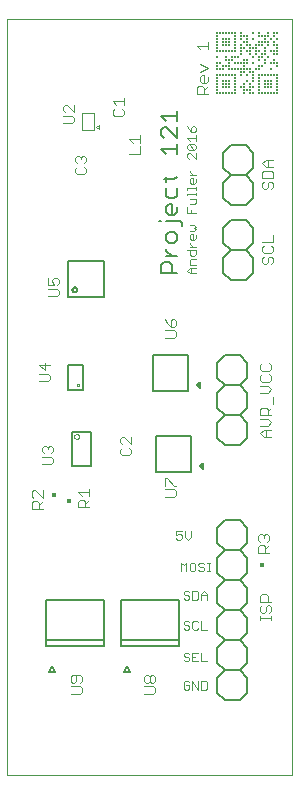
<source format=gto>
G75*
%MOIN*%
%OFA0B0*%
%FSLAX24Y24*%
%IPPOS*%
%LPD*%
%AMOC8*
5,1,8,0,0,1.08239X$1,22.5*
%
%ADD10C,0.0000*%
%ADD11C,0.0030*%
%ADD12C,0.0070*%
%ADD13C,0.0040*%
%ADD14R,0.0100X0.0100*%
%ADD15C,0.0050*%
%ADD16R,0.0118X0.0118*%
%ADD17C,0.0020*%
%ADD18C,0.0039*%
%ADD19C,0.0060*%
%ADD20C,0.0031*%
D10*
X000180Y000180D02*
X000180Y025380D01*
X009680Y025380D01*
X009680Y000180D01*
X000180Y000180D01*
D11*
X002295Y002895D02*
X002603Y002895D01*
X002665Y002957D01*
X002665Y003080D01*
X002603Y003142D01*
X002295Y003142D01*
X002356Y003263D02*
X002418Y003263D01*
X002480Y003325D01*
X002480Y003510D01*
X002603Y003510D02*
X002356Y003510D01*
X002295Y003448D01*
X002295Y003325D01*
X002356Y003263D01*
X002603Y003263D02*
X002665Y003325D01*
X002665Y003448D01*
X002603Y003510D01*
X004745Y003448D02*
X004806Y003510D01*
X004868Y003510D01*
X004930Y003448D01*
X004992Y003510D01*
X005053Y003510D01*
X005115Y003448D01*
X005115Y003325D01*
X005053Y003263D01*
X004992Y003263D01*
X004930Y003325D01*
X004868Y003263D01*
X004806Y003263D01*
X004745Y003325D01*
X004745Y003448D01*
X004930Y003448D02*
X004930Y003325D01*
X005053Y003142D02*
X004745Y003142D01*
X004745Y002895D02*
X005053Y002895D01*
X005115Y002957D01*
X005115Y003080D01*
X005053Y003142D01*
X006061Y003073D02*
X006109Y003025D01*
X006206Y003025D01*
X006255Y003073D01*
X006255Y003170D01*
X006158Y003170D01*
X006255Y003267D02*
X006206Y003315D01*
X006109Y003315D01*
X006061Y003267D01*
X006061Y003073D01*
X006356Y003025D02*
X006356Y003315D01*
X006549Y003025D01*
X006549Y003315D01*
X006650Y003315D02*
X006650Y003025D01*
X006795Y003025D01*
X006844Y003073D01*
X006844Y003267D01*
X006795Y003315D01*
X006650Y003315D01*
X006650Y003975D02*
X006844Y003975D01*
X006650Y003975D02*
X006650Y004265D01*
X006549Y004265D02*
X006356Y004265D01*
X006356Y003975D01*
X006549Y003975D01*
X006452Y004120D02*
X006356Y004120D01*
X006255Y004072D02*
X006255Y004023D01*
X006206Y003975D01*
X006109Y003975D01*
X006061Y004023D01*
X006109Y004120D02*
X006206Y004120D01*
X006255Y004072D01*
X006255Y004217D02*
X006206Y004265D01*
X006109Y004265D01*
X006061Y004217D01*
X006061Y004168D01*
X006109Y004120D01*
X006109Y005025D02*
X006061Y005073D01*
X006109Y005025D02*
X006206Y005025D01*
X006255Y005073D01*
X006255Y005122D01*
X006206Y005170D01*
X006109Y005170D01*
X006061Y005218D01*
X006061Y005267D01*
X006109Y005315D01*
X006206Y005315D01*
X006255Y005267D01*
X006356Y005267D02*
X006356Y005073D01*
X006404Y005025D01*
X006501Y005025D01*
X006549Y005073D01*
X006650Y005025D02*
X006650Y005315D01*
X006549Y005267D02*
X006501Y005315D01*
X006404Y005315D01*
X006356Y005267D01*
X006650Y005025D02*
X006844Y005025D01*
X006844Y006025D02*
X006844Y006218D01*
X006747Y006315D01*
X006650Y006218D01*
X006650Y006025D01*
X006549Y006073D02*
X006549Y006267D01*
X006501Y006315D01*
X006356Y006315D01*
X006356Y006025D01*
X006501Y006025D01*
X006549Y006073D01*
X006650Y006170D02*
X006844Y006170D01*
X006849Y006975D02*
X006945Y006975D01*
X006897Y006975D02*
X006897Y007265D01*
X006849Y007265D02*
X006945Y007265D01*
X006747Y007217D02*
X006699Y007265D01*
X006602Y007265D01*
X006554Y007217D01*
X006554Y007168D01*
X006602Y007120D01*
X006699Y007120D01*
X006747Y007072D01*
X006747Y007023D01*
X006699Y006975D01*
X006602Y006975D01*
X006554Y007023D01*
X006453Y007023D02*
X006453Y007217D01*
X006404Y007265D01*
X006308Y007265D01*
X006259Y007217D01*
X006259Y007023D01*
X006308Y006975D01*
X006404Y006975D01*
X006453Y007023D01*
X006158Y006975D02*
X006158Y007265D01*
X006061Y007168D01*
X005965Y007265D01*
X005965Y006975D01*
X006109Y006315D02*
X006061Y006267D01*
X006061Y006218D01*
X006109Y006170D01*
X006206Y006170D01*
X006255Y006122D01*
X006255Y006073D01*
X006206Y006025D01*
X006109Y006025D01*
X006061Y006073D01*
X006109Y006315D02*
X006206Y006315D01*
X006255Y006267D01*
X006197Y008025D02*
X006100Y008122D01*
X006100Y008315D01*
X005999Y008315D02*
X005806Y008315D01*
X005806Y008170D01*
X005902Y008218D01*
X005951Y008218D01*
X005999Y008170D01*
X005999Y008073D01*
X005951Y008025D01*
X005854Y008025D01*
X005806Y008073D01*
X006197Y008025D02*
X006294Y008122D01*
X006294Y008315D01*
X005753Y009458D02*
X005815Y009520D01*
X005815Y009644D01*
X005753Y009705D01*
X005445Y009705D01*
X005445Y009827D02*
X005445Y010074D01*
X005506Y010074D01*
X005753Y009827D01*
X005815Y009827D01*
X005753Y009458D02*
X005445Y009458D01*
X004253Y010845D02*
X004315Y010907D01*
X004315Y011030D01*
X004253Y011092D01*
X004315Y011213D02*
X004068Y011460D01*
X004006Y011460D01*
X003945Y011398D01*
X003945Y011275D01*
X004006Y011213D01*
X004006Y011092D02*
X003945Y011030D01*
X003945Y010907D01*
X004006Y010845D01*
X004253Y010845D01*
X004315Y011213D02*
X004315Y011460D01*
X005445Y014758D02*
X005753Y014758D01*
X005815Y014820D01*
X005815Y014944D01*
X005753Y015005D01*
X005445Y015005D01*
X005630Y015127D02*
X005506Y015250D01*
X005445Y015374D01*
X005630Y015312D02*
X005630Y015127D01*
X005753Y015127D01*
X005815Y015188D01*
X005815Y015312D01*
X005753Y015374D01*
X005692Y015374D01*
X005630Y015312D01*
X004615Y020895D02*
X004245Y020895D01*
X004368Y021263D02*
X004245Y021387D01*
X004615Y021387D01*
X004615Y021510D02*
X004615Y021263D01*
X004615Y021142D02*
X004615Y020895D01*
X004003Y022145D02*
X004065Y022207D01*
X004065Y022330D01*
X004003Y022392D01*
X004065Y022513D02*
X004065Y022760D01*
X004065Y022637D02*
X003695Y022637D01*
X003818Y022513D01*
X003756Y022392D02*
X003695Y022330D01*
X003695Y022207D01*
X003756Y022145D01*
X004003Y022145D01*
X002753Y020824D02*
X002815Y020762D01*
X002815Y020638D01*
X002753Y020577D01*
X002753Y020455D02*
X002815Y020394D01*
X002815Y020270D01*
X002753Y020208D01*
X002506Y020208D01*
X002445Y020270D01*
X002445Y020394D01*
X002506Y020455D01*
X002506Y020577D02*
X002445Y020638D01*
X002445Y020762D01*
X002506Y020824D01*
X002568Y020824D01*
X002630Y020762D01*
X002692Y020824D01*
X002753Y020824D01*
X002630Y020762D02*
X002630Y020700D01*
X002353Y021908D02*
X002415Y021970D01*
X002415Y022094D01*
X002353Y022155D01*
X002045Y022155D01*
X002106Y022277D02*
X002045Y022338D01*
X002045Y022462D01*
X002106Y022524D01*
X002168Y022524D01*
X002415Y022277D01*
X002415Y022524D01*
X002353Y021908D02*
X002045Y021908D01*
X001853Y016760D02*
X001730Y016760D01*
X001668Y016698D01*
X001668Y016637D01*
X001730Y016513D01*
X001545Y016513D01*
X001545Y016760D01*
X001545Y016392D02*
X001853Y016392D01*
X001915Y016330D01*
X001915Y016207D01*
X001853Y016145D01*
X001545Y016145D01*
X001853Y016513D02*
X001915Y016575D01*
X001915Y016698D01*
X001853Y016760D01*
X001430Y013924D02*
X001430Y013677D01*
X001245Y013862D01*
X001615Y013862D01*
X001553Y013555D02*
X001245Y013555D01*
X001245Y013308D02*
X001553Y013308D01*
X001615Y013370D01*
X001615Y013494D01*
X001553Y013555D01*
X001592Y011160D02*
X001530Y011098D01*
X001530Y011037D01*
X001530Y011098D02*
X001468Y011160D01*
X001406Y011160D01*
X001345Y011098D01*
X001345Y010975D01*
X001406Y010913D01*
X001345Y010792D02*
X001653Y010792D01*
X001715Y010730D01*
X001715Y010607D01*
X001653Y010545D01*
X001345Y010545D01*
X001653Y010913D02*
X001715Y010975D01*
X001715Y011098D01*
X001653Y011160D01*
X001592Y011160D01*
X001365Y009674D02*
X001365Y009427D01*
X001118Y009674D01*
X001056Y009674D01*
X000995Y009612D01*
X000995Y009488D01*
X001056Y009427D01*
X001056Y009305D02*
X001180Y009305D01*
X001242Y009244D01*
X001242Y009058D01*
X001365Y009058D02*
X000995Y009058D01*
X000995Y009244D01*
X001056Y009305D01*
X001242Y009182D02*
X001365Y009305D01*
X002545Y009294D02*
X002545Y009108D01*
X002915Y009108D01*
X002792Y009108D02*
X002792Y009294D01*
X002730Y009355D01*
X002606Y009355D01*
X002545Y009294D01*
X002668Y009477D02*
X002545Y009600D01*
X002915Y009600D01*
X002915Y009477D02*
X002915Y009724D01*
X002915Y009355D02*
X002792Y009232D01*
X006495Y022895D02*
X006495Y023080D01*
X006556Y023142D01*
X006680Y023142D01*
X006742Y023080D01*
X006742Y022895D01*
X006865Y022895D02*
X006495Y022895D01*
X006680Y023263D02*
X006618Y023325D01*
X006618Y023448D01*
X006680Y023510D01*
X006742Y023510D01*
X006742Y023263D01*
X006803Y023263D02*
X006680Y023263D01*
X006803Y023263D02*
X006865Y023325D01*
X006865Y023448D01*
X006865Y023142D02*
X006742Y023018D01*
X006618Y023632D02*
X006865Y023755D01*
X006618Y023879D01*
X006618Y024368D02*
X006495Y024492D01*
X006865Y024492D01*
X006865Y024615D02*
X006865Y024368D01*
X008606Y008210D02*
X008668Y008210D01*
X008730Y008148D01*
X008792Y008210D01*
X008853Y008210D01*
X008915Y008148D01*
X008915Y008025D01*
X008853Y007963D01*
X008915Y007842D02*
X008792Y007718D01*
X008792Y007780D02*
X008792Y007595D01*
X008915Y007595D02*
X008545Y007595D01*
X008545Y007780D01*
X008606Y007842D01*
X008730Y007842D01*
X008792Y007780D01*
X008730Y008087D02*
X008730Y008148D01*
X008606Y008210D02*
X008545Y008148D01*
X008545Y008025D01*
X008606Y007963D01*
D12*
X005845Y016915D02*
X005315Y016915D01*
X005315Y017180D01*
X005403Y017269D01*
X005580Y017269D01*
X005668Y017180D01*
X005668Y016915D01*
X005668Y017467D02*
X005491Y017644D01*
X005491Y017733D01*
X005580Y017928D02*
X005491Y018016D01*
X005491Y018193D01*
X005580Y018281D01*
X005757Y018281D01*
X005845Y018193D01*
X005845Y018016D01*
X005757Y017928D01*
X005580Y017928D01*
X005491Y017467D02*
X005845Y017467D01*
X006022Y018480D02*
X006022Y018569D01*
X005933Y018657D01*
X005491Y018657D01*
X005580Y018849D02*
X005491Y018937D01*
X005491Y019114D01*
X005580Y019202D01*
X005668Y019202D01*
X005668Y018849D01*
X005580Y018849D02*
X005757Y018849D01*
X005845Y018937D01*
X005845Y019114D01*
X005757Y019401D02*
X005845Y019490D01*
X005845Y019755D01*
X005757Y020042D02*
X005845Y020130D01*
X005757Y020042D02*
X005403Y020042D01*
X005491Y019954D02*
X005491Y020130D01*
X005491Y019755D02*
X005491Y019490D01*
X005580Y019401D01*
X005757Y019401D01*
X005315Y018657D02*
X005226Y018657D01*
X005491Y020874D02*
X005315Y021051D01*
X005845Y021051D01*
X005845Y020874D02*
X005845Y021228D01*
X005845Y021427D02*
X005491Y021780D01*
X005403Y021780D01*
X005315Y021692D01*
X005315Y021515D01*
X005403Y021427D01*
X005491Y021979D02*
X005315Y022156D01*
X005845Y022156D01*
X005845Y021979D02*
X005845Y022333D01*
X005845Y021780D02*
X005845Y021427D01*
D13*
X006180Y021413D02*
X006460Y021413D01*
X006460Y021320D02*
X006460Y021507D01*
X006413Y021614D02*
X006460Y021661D01*
X006460Y021755D01*
X006413Y021801D01*
X006367Y021801D01*
X006320Y021755D01*
X006320Y021614D01*
X006413Y021614D01*
X006320Y021614D02*
X006226Y021708D01*
X006180Y021801D01*
X006180Y021413D02*
X006273Y021320D01*
X006226Y021212D02*
X006180Y021165D01*
X006180Y021072D01*
X006226Y021025D01*
X006413Y021025D01*
X006226Y021212D01*
X006413Y021212D01*
X006460Y021165D01*
X006460Y021072D01*
X006413Y021025D01*
X006460Y020917D02*
X006460Y020730D01*
X006273Y020917D01*
X006226Y020917D01*
X006180Y020871D01*
X006180Y020777D01*
X006226Y020730D01*
X006273Y020330D02*
X006273Y020284D01*
X006367Y020190D01*
X006460Y020190D02*
X006273Y020190D01*
X006320Y020082D02*
X006273Y020036D01*
X006273Y019942D01*
X006320Y019896D01*
X006413Y019896D01*
X006460Y019942D01*
X006460Y020036D01*
X006367Y020082D02*
X006367Y019896D01*
X006460Y019793D02*
X006460Y019699D01*
X006460Y019746D02*
X006180Y019746D01*
X006180Y019699D01*
X006180Y019549D02*
X006460Y019549D01*
X006460Y019503D02*
X006460Y019596D01*
X006460Y019395D02*
X006273Y019395D01*
X006180Y019503D02*
X006180Y019549D01*
X006273Y019208D02*
X006413Y019208D01*
X006460Y019255D01*
X006460Y019395D01*
X006320Y019007D02*
X006320Y018913D01*
X006460Y018913D02*
X006180Y018913D01*
X006180Y019100D01*
X006273Y018511D02*
X006413Y018511D01*
X006460Y018464D01*
X006413Y018418D01*
X006460Y018371D01*
X006413Y018324D01*
X006273Y018324D01*
X006320Y018216D02*
X006273Y018170D01*
X006273Y018076D01*
X006320Y018029D01*
X006413Y018029D01*
X006460Y018076D01*
X006460Y018170D01*
X006367Y018216D02*
X006367Y018029D01*
X006273Y017924D02*
X006273Y017877D01*
X006367Y017784D01*
X006460Y017784D02*
X006273Y017784D01*
X006273Y017676D02*
X006273Y017536D01*
X006320Y017489D01*
X006413Y017489D01*
X006460Y017536D01*
X006460Y017676D01*
X006180Y017676D01*
X006320Y017381D02*
X006273Y017335D01*
X006273Y017195D01*
X006460Y017195D01*
X006460Y017087D02*
X006273Y017087D01*
X006180Y016993D01*
X006273Y016900D01*
X006460Y016900D01*
X006320Y016900D02*
X006320Y017087D01*
X006320Y017381D02*
X006460Y017381D01*
X006367Y018216D02*
X006320Y018216D01*
X006320Y020082D02*
X006367Y020082D01*
X008680Y020088D02*
X008680Y020268D01*
X008740Y020329D01*
X008980Y020329D01*
X009040Y020268D01*
X009040Y020088D01*
X008680Y020088D01*
X008740Y019960D02*
X008680Y019900D01*
X008680Y019780D01*
X008740Y019720D01*
X008800Y019720D01*
X008860Y019780D01*
X008860Y019900D01*
X008920Y019960D01*
X008980Y019960D01*
X009040Y019900D01*
X009040Y019780D01*
X008980Y019720D01*
X009040Y020457D02*
X008800Y020457D01*
X008680Y020577D01*
X008800Y020697D01*
X009040Y020697D01*
X008860Y020697D02*
X008860Y020457D01*
X009040Y018197D02*
X009040Y017957D01*
X008680Y017957D01*
X008740Y017829D02*
X008680Y017768D01*
X008680Y017648D01*
X008740Y017588D01*
X008980Y017588D01*
X009040Y017648D01*
X009040Y017768D01*
X008980Y017829D01*
X008980Y017460D02*
X008920Y017460D01*
X008860Y017400D01*
X008860Y017280D01*
X008800Y017220D01*
X008740Y017220D01*
X008680Y017280D01*
X008680Y017400D01*
X008740Y017460D01*
X008980Y017460D02*
X009040Y017400D01*
X009040Y017280D01*
X008980Y017220D01*
X008920Y013902D02*
X008980Y013842D01*
X008980Y013722D01*
X008920Y013662D01*
X008680Y013662D01*
X008620Y013722D01*
X008620Y013842D01*
X008680Y013902D01*
X008680Y013534D02*
X008620Y013474D01*
X008620Y013353D01*
X008680Y013293D01*
X008920Y013293D01*
X008980Y013353D01*
X008980Y013474D01*
X008920Y013534D01*
X008860Y013165D02*
X008620Y013165D01*
X008620Y012925D02*
X008860Y012925D01*
X008980Y013045D01*
X008860Y013165D01*
X009040Y012797D02*
X009040Y012557D01*
X008980Y012429D02*
X008860Y012309D01*
X008860Y012369D02*
X008860Y012188D01*
X008860Y012060D02*
X008620Y012060D01*
X008620Y012188D02*
X008620Y012369D01*
X008680Y012429D01*
X008800Y012429D01*
X008860Y012369D01*
X008860Y012060D02*
X008980Y011940D01*
X008860Y011820D01*
X008620Y011820D01*
X008740Y011692D02*
X008620Y011572D01*
X008740Y011452D01*
X008980Y011452D01*
X008980Y011692D02*
X008740Y011692D01*
X008800Y011692D02*
X008800Y011452D01*
X008980Y012188D02*
X008620Y012188D01*
X008680Y006202D02*
X008620Y006142D01*
X008620Y005962D01*
X008980Y005962D01*
X008920Y005834D02*
X008980Y005774D01*
X008980Y005653D01*
X008920Y005593D01*
X008800Y005653D02*
X008800Y005774D01*
X008860Y005834D01*
X008920Y005834D01*
X008860Y005962D02*
X008860Y006142D01*
X008800Y006202D01*
X008680Y006202D01*
X008680Y005834D02*
X008620Y005774D01*
X008620Y005653D01*
X008680Y005593D01*
X008740Y005593D01*
X008800Y005653D01*
X008980Y005468D02*
X008980Y005348D01*
X008980Y005408D02*
X008620Y005408D01*
X008620Y005348D02*
X008620Y005468D01*
D14*
X008580Y022930D03*
X008580Y023030D03*
X008580Y023130D03*
X008580Y023230D03*
X008580Y023330D03*
X008580Y023430D03*
X008580Y023530D03*
X008680Y023530D03*
X008780Y023530D03*
X008880Y023530D03*
X008980Y023530D03*
X009080Y023530D03*
X009180Y023530D03*
X009180Y023430D03*
X009180Y023330D03*
X009180Y023230D03*
X009180Y023130D03*
X009180Y023030D03*
X009180Y022930D03*
X009080Y022930D03*
X008980Y022930D03*
X008880Y022930D03*
X008780Y022930D03*
X008680Y022930D03*
X008780Y023130D03*
X008780Y023230D03*
X008780Y023330D03*
X008880Y023330D03*
X008880Y023230D03*
X008880Y023130D03*
X008980Y023130D03*
X008980Y023230D03*
X008980Y023330D03*
X008980Y023730D03*
X008980Y023930D03*
X009080Y023930D03*
X009080Y024030D03*
X009180Y023930D03*
X009180Y023830D03*
X009180Y024230D03*
X009180Y024330D03*
X009180Y024430D03*
X009180Y024530D03*
X009080Y024530D03*
X009080Y024630D03*
X008980Y024730D03*
X008880Y024830D03*
X008880Y024930D03*
X008780Y024830D03*
X008780Y024730D03*
X008780Y024630D03*
X008680Y024630D03*
X008680Y024530D03*
X008580Y024530D03*
X008580Y024630D03*
X008480Y024530D03*
X008480Y024430D03*
X008480Y024330D03*
X008480Y024230D03*
X008580Y024330D03*
X008680Y024230D03*
X008680Y024130D03*
X008580Y024130D03*
X008580Y024030D03*
X008580Y023830D03*
X008580Y023730D03*
X008480Y023730D03*
X008380Y023630D03*
X008380Y023530D03*
X008380Y023430D03*
X008380Y023330D03*
X008280Y023230D03*
X008280Y023130D03*
X008280Y023030D03*
X008280Y022930D03*
X008380Y022930D03*
X008380Y023130D03*
X008180Y023030D03*
X008080Y023030D03*
X008080Y023130D03*
X008080Y023230D03*
X008180Y023330D03*
X008180Y023530D03*
X008080Y023630D03*
X008080Y023730D03*
X008080Y023830D03*
X008080Y023930D03*
X008080Y024030D03*
X008180Y024030D03*
X008180Y023930D03*
X008180Y023730D03*
X008280Y023730D03*
X008280Y023630D03*
X008380Y023930D03*
X008380Y024130D03*
X008280Y024230D03*
X008280Y024330D03*
X008280Y024430D03*
X008280Y024530D03*
X008180Y024530D03*
X008180Y024630D03*
X008180Y024730D03*
X008180Y024830D03*
X008080Y024830D03*
X007980Y024830D03*
X007980Y024930D03*
X007980Y024730D03*
X008080Y024630D03*
X007980Y024530D03*
X007980Y024430D03*
X007980Y024330D03*
X007980Y024230D03*
X007880Y024130D03*
X007780Y024130D03*
X007680Y024130D03*
X007680Y024030D03*
X007580Y024030D03*
X007580Y023930D03*
X007580Y023830D03*
X007580Y023730D03*
X007680Y023730D03*
X007780Y023730D03*
X007880Y023730D03*
X007980Y023730D03*
X007980Y023630D03*
X007980Y023530D03*
X007980Y023930D03*
X007880Y023930D03*
X007780Y023930D03*
X007780Y023530D03*
X007780Y023430D03*
X007780Y023330D03*
X007780Y023230D03*
X007780Y023130D03*
X007780Y023030D03*
X007780Y022930D03*
X007680Y022930D03*
X007580Y022930D03*
X007480Y022930D03*
X007380Y022930D03*
X007280Y022930D03*
X007180Y022930D03*
X007180Y023030D03*
X007180Y023130D03*
X007180Y023230D03*
X007180Y023330D03*
X007180Y023430D03*
X007180Y023530D03*
X007280Y023530D03*
X007380Y023530D03*
X007480Y023530D03*
X007580Y023530D03*
X007680Y023530D03*
X007580Y023330D03*
X007580Y023230D03*
X007580Y023130D03*
X007480Y023130D03*
X007480Y023230D03*
X007480Y023330D03*
X007380Y023330D03*
X007380Y023230D03*
X007380Y023130D03*
X007380Y023730D03*
X007380Y023830D03*
X007480Y023830D03*
X007480Y024030D03*
X007480Y024130D03*
X007480Y024330D03*
X007380Y024330D03*
X007280Y024330D03*
X007180Y024330D03*
X007180Y024430D03*
X007180Y024530D03*
X007180Y024630D03*
X007180Y024730D03*
X007180Y024830D03*
X007180Y024930D03*
X007280Y024930D03*
X007380Y024930D03*
X007480Y024930D03*
X007580Y024930D03*
X007680Y024930D03*
X007780Y024930D03*
X007780Y024830D03*
X007780Y024730D03*
X007780Y024630D03*
X007780Y024530D03*
X007780Y024430D03*
X007780Y024330D03*
X007680Y024330D03*
X007580Y024330D03*
X007580Y024530D03*
X007580Y024630D03*
X007580Y024730D03*
X007480Y024730D03*
X007480Y024630D03*
X007480Y024530D03*
X007380Y024530D03*
X007380Y024630D03*
X007380Y024730D03*
X007180Y024130D03*
X007180Y023930D03*
X007180Y023830D03*
X007180Y023730D03*
X007280Y023730D03*
X007280Y023930D03*
X007980Y023130D03*
X008080Y022930D03*
X008180Y024330D03*
X008080Y024430D03*
X008380Y024430D03*
X008380Y024730D03*
X008380Y024930D03*
X008580Y024930D03*
X008580Y024830D03*
X008680Y024830D03*
X008880Y024630D03*
X008880Y024530D03*
X008780Y024430D03*
X008780Y024330D03*
X008780Y024230D03*
X008880Y024130D03*
X008780Y024030D03*
X008780Y023930D03*
X008680Y023830D03*
X008980Y024330D03*
X009080Y024330D03*
X009080Y024230D03*
X009180Y024730D03*
X009080Y024830D03*
X009080Y024930D03*
X009180Y024930D03*
D15*
X006210Y014172D02*
X005029Y014172D01*
X005029Y012991D01*
X006210Y012991D01*
X006210Y014172D01*
X006623Y013286D02*
X006496Y013188D01*
X006623Y013089D01*
X006623Y013286D01*
X006310Y011472D02*
X005129Y011472D01*
X005129Y010291D01*
X006310Y010291D01*
X006310Y011472D01*
X006723Y010586D02*
X006596Y010488D01*
X006723Y010389D01*
X006723Y010586D01*
X005895Y006030D02*
X005895Y004695D01*
X003965Y004695D01*
X003965Y006030D01*
X005895Y006030D01*
X005895Y004695D02*
X005895Y004495D01*
X003965Y004495D01*
X003965Y004695D01*
X004180Y003830D02*
X004080Y003630D01*
X004280Y003630D01*
X004180Y003830D01*
X003395Y004495D02*
X003395Y004695D01*
X001465Y004695D01*
X001465Y006030D01*
X003395Y006030D01*
X003395Y004695D01*
X003395Y004495D02*
X001465Y004495D01*
X001465Y004695D01*
X001680Y003830D02*
X001580Y003630D01*
X001780Y003630D01*
X001680Y003830D01*
X002337Y010483D02*
X002337Y011625D01*
X002967Y011625D01*
X002967Y010483D01*
X002337Y010483D01*
X002200Y013015D02*
X002712Y013015D01*
X002712Y013861D01*
X002200Y013861D01*
X002200Y013015D01*
X002223Y016125D02*
X002223Y017306D01*
X003404Y017306D01*
X003404Y016125D01*
X002223Y016125D01*
X002351Y016361D02*
X002353Y016379D01*
X002359Y016395D01*
X002368Y016410D01*
X002381Y016423D01*
X002396Y016432D01*
X002412Y016438D01*
X002430Y016440D01*
X002448Y016438D01*
X002464Y016432D01*
X002479Y016423D01*
X002492Y016410D01*
X002501Y016395D01*
X002507Y016379D01*
X002509Y016361D01*
X002507Y016343D01*
X002501Y016327D01*
X002492Y016312D01*
X002479Y016299D01*
X002464Y016290D01*
X002448Y016284D01*
X002430Y016282D01*
X002412Y016284D01*
X002396Y016290D01*
X002381Y016299D01*
X002368Y016312D01*
X002359Y016327D01*
X002353Y016343D01*
X002351Y016361D01*
D16*
X001730Y009530D03*
X002230Y009330D03*
X008680Y007180D03*
D17*
X002504Y013176D02*
X002506Y013188D01*
X002511Y013199D01*
X002520Y013208D01*
X002531Y013213D01*
X002543Y013215D01*
X002555Y013213D01*
X002566Y013208D01*
X002575Y013199D01*
X002580Y013188D01*
X002582Y013176D01*
X002580Y013164D01*
X002575Y013153D01*
X002566Y013144D01*
X002555Y013139D01*
X002543Y013137D01*
X002531Y013139D01*
X002520Y013144D01*
X002511Y013153D01*
X002506Y013164D01*
X002504Y013176D01*
D18*
X002416Y011467D02*
X002418Y011485D01*
X002424Y011501D01*
X002433Y011516D01*
X002446Y011529D01*
X002461Y011538D01*
X002477Y011544D01*
X002495Y011546D01*
X002513Y011544D01*
X002529Y011538D01*
X002544Y011529D01*
X002557Y011516D01*
X002566Y011501D01*
X002572Y011485D01*
X002574Y011467D01*
X002572Y011449D01*
X002566Y011433D01*
X002557Y011418D01*
X002544Y011405D01*
X002529Y011396D01*
X002513Y011390D01*
X002495Y011388D01*
X002477Y011390D01*
X002461Y011396D01*
X002446Y011405D01*
X002433Y011418D01*
X002424Y011433D01*
X002418Y011449D01*
X002416Y011467D01*
D19*
X007180Y011430D02*
X007180Y011930D01*
X007430Y012180D01*
X007180Y012430D01*
X007180Y012930D01*
X007430Y013180D01*
X007180Y013430D01*
X007180Y013930D01*
X007430Y014180D01*
X007930Y014180D01*
X008180Y013930D01*
X008180Y013430D01*
X007930Y013180D01*
X008180Y012930D01*
X008180Y012430D01*
X007930Y012180D01*
X008180Y011930D01*
X008180Y011430D01*
X007930Y011180D01*
X007430Y011180D01*
X007180Y011430D01*
X007430Y012180D02*
X007930Y012180D01*
X007930Y013180D02*
X007430Y013180D01*
X007630Y016680D02*
X007380Y016930D01*
X007380Y017430D01*
X007630Y017680D01*
X007380Y017930D01*
X007380Y018430D01*
X007630Y018680D01*
X008130Y018680D01*
X008380Y018430D01*
X008380Y017930D01*
X008130Y017680D01*
X008380Y017430D01*
X008380Y016930D01*
X008130Y016680D01*
X007630Y016680D01*
X007630Y017680D02*
X008130Y017680D01*
X008130Y019180D02*
X007630Y019180D01*
X007380Y019430D01*
X007380Y019930D01*
X007630Y020180D01*
X007380Y020430D01*
X007380Y020930D01*
X007630Y021180D01*
X008130Y021180D01*
X008380Y020930D01*
X008380Y020430D01*
X008130Y020180D01*
X008380Y019930D01*
X008380Y019430D01*
X008130Y019180D01*
X008130Y020180D02*
X007630Y020180D01*
X007430Y008680D02*
X007180Y008430D01*
X007180Y007930D01*
X007430Y007680D01*
X007180Y007430D01*
X007180Y006930D01*
X007430Y006680D01*
X007930Y006680D01*
X008180Y006930D01*
X008180Y007430D01*
X007930Y007680D01*
X007430Y007680D01*
X007430Y008680D02*
X007930Y008680D01*
X008180Y008430D01*
X008180Y007930D01*
X007930Y007680D01*
X007930Y006680D02*
X008180Y006430D01*
X008180Y005930D01*
X007930Y005680D01*
X008180Y005430D01*
X008180Y004930D01*
X007930Y004680D01*
X008180Y004430D01*
X008180Y003930D01*
X007930Y003680D01*
X008180Y003430D01*
X008180Y002930D01*
X007930Y002680D01*
X007430Y002680D01*
X007180Y002930D01*
X007180Y003430D01*
X007430Y003680D01*
X007180Y003930D01*
X007180Y004430D01*
X007430Y004680D01*
X007180Y004930D01*
X007180Y005430D01*
X007430Y005680D01*
X007180Y005930D01*
X007180Y006430D01*
X007430Y006680D01*
X007430Y005680D02*
X007930Y005680D01*
X007930Y004680D02*
X007430Y004680D01*
X007430Y003680D02*
X007930Y003680D01*
D20*
X003236Y021721D02*
X003236Y021839D01*
X003157Y021780D01*
X003236Y021721D01*
X003059Y021691D02*
X002665Y021691D01*
X002665Y022262D01*
X003059Y022262D01*
X003059Y021691D01*
M02*

</source>
